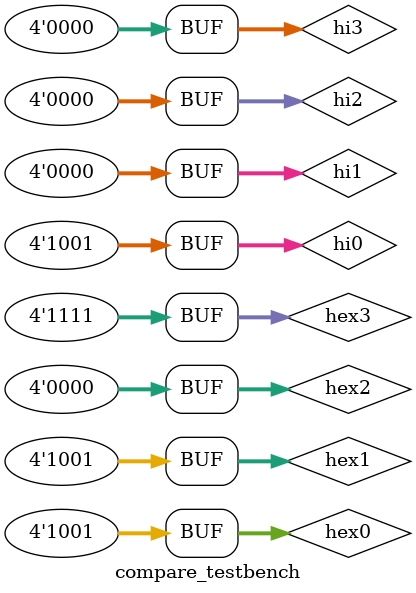
<source format=sv>
module compare (reset, hex0, hex1, hex2, hex3, hi0, hi1, hi2, hi3, out0, out1, out2, out3); 
	input logic reset;
	input logic [3:0] hex0, hex1, hex2, hex3, hi0, hi1, hi2, hi3;
	output logic [3:0] out0, out1, out2, out3;
	
	always_comb begin
		if (reset) begin
			out3 = 1'b0000;
			out2 = 1'b0000;
			out1 = 1'b0000;
			out0 = 1'b0000;
		end
		else begin
			if((hex3 > hi3) | 
			  ((hex3 == hi3) & (hex2 > hi2)) | 
			  ((hex3 == hi3) & (hex2 == hi2) & (hex1 > hi1)) | 
			  ((hex3 == hi3) & (hex2 == hi2) & (hex1 == hi1) & (hex0 > hi0))) begin
				out3 = hex3;
				out2 = hex2;
				out1 = hex1;
				out0 = hex0;
			end
			else begin
				out3 = hi3;
				out2 = hi2;
				out1 = hi1;
				out0 = hi0;
			end
		end
	end

endmodule 

// Test the compare module.
module compare_testbench();
	logic [3:0] hex0, hex1, hex2, hex3, hi0, hi1, hi2, hi3, out0, out1, out2, out3;
	logic reset;
	
	compare dut (.reset, .hex0, .hex1, .hex2, .hex3, .hi0, .hi1, .hi2, .hi3, .out0, .out1, .out2, .out3);
	
	initial begin
		hex0 = 4'b1001; hi0 = 4'b0101; 
		hex1 = 4'b1001; hi1 = 4'b0000; 
		hex2 = 4'b0000; hi2 = 4'b0000; 
		hex3 = 4'b1111; hi3 = 4'b0000; #10;
	   hex0 = 4'b1001; hi0 = 4'b1001; 
		hex1 = 4'b1001; hi1 = 4'b0000; 
		hex2 = 4'b0000; hi2 = 4'b0000; 
		hex3 = 4'b1111; hi3 = 4'b0000; #10;
	end
endmodule

</source>
